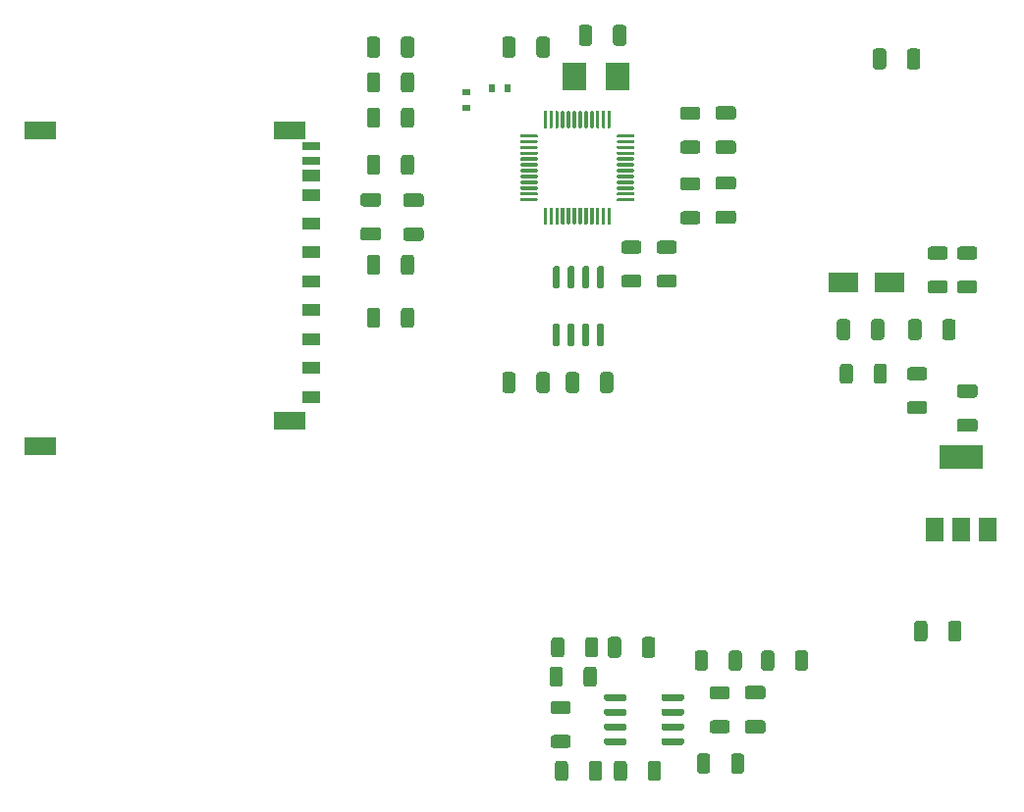
<source format=gbr>
%TF.GenerationSoftware,KiCad,Pcbnew,(5.1.10)-1*%
%TF.CreationDate,2021-08-06T22:34:04+03:00*%
%TF.ProjectId,electronic_load,656c6563-7472-46f6-9e69-635f6c6f6164,rev?*%
%TF.SameCoordinates,Original*%
%TF.FileFunction,Paste,Top*%
%TF.FilePolarity,Positive*%
%FSLAX46Y46*%
G04 Gerber Fmt 4.6, Leading zero omitted, Abs format (unit mm)*
G04 Created by KiCad (PCBNEW (5.1.10)-1) date 2021-08-06 22:34:04*
%MOMM*%
%LPD*%
G01*
G04 APERTURE LIST*
%ADD10R,0.700000X0.600000*%
%ADD11R,0.600000X0.700000*%
%ADD12R,2.800000X1.500000*%
%ADD13R,1.500000X0.700000*%
%ADD14R,1.500000X1.000000*%
%ADD15R,2.500000X1.800000*%
%ADD16R,2.000000X2.400000*%
%ADD17R,1.500000X2.000000*%
%ADD18R,3.800000X2.000000*%
G04 APERTURE END LIST*
%TO.C,R8*%
G36*
G01*
X117928500Y-136769001D02*
X117928500Y-135518999D01*
G75*
G02*
X118178499Y-135269000I249999J0D01*
G01*
X118803501Y-135269000D01*
G75*
G02*
X119053500Y-135518999I0J-249999D01*
G01*
X119053500Y-136769001D01*
G75*
G02*
X118803501Y-137019000I-249999J0D01*
G01*
X118178499Y-137019000D01*
G75*
G02*
X117928500Y-136769001I0J249999D01*
G01*
G37*
G36*
G01*
X115003500Y-136769001D02*
X115003500Y-135518999D01*
G75*
G02*
X115253499Y-135269000I249999J0D01*
G01*
X115878501Y-135269000D01*
G75*
G02*
X116128500Y-135518999I0J-249999D01*
G01*
X116128500Y-136769001D01*
G75*
G02*
X115878501Y-137019000I-249999J0D01*
G01*
X115253499Y-137019000D01*
G75*
G02*
X115003500Y-136769001I0J249999D01*
G01*
G37*
%TD*%
D10*
%TO.C,D3*%
X107696000Y-89600000D03*
X107696000Y-88200000D03*
%TD*%
D11*
%TO.C,D2*%
X111252000Y-87884000D03*
X109852000Y-87884000D03*
%TD*%
%TO.C,R23*%
G36*
G01*
X125593001Y-102162500D02*
X124342999Y-102162500D01*
G75*
G02*
X124093000Y-101912501I0J249999D01*
G01*
X124093000Y-101287499D01*
G75*
G02*
X124342999Y-101037500I249999J0D01*
G01*
X125593001Y-101037500D01*
G75*
G02*
X125843000Y-101287499I0J-249999D01*
G01*
X125843000Y-101912501D01*
G75*
G02*
X125593001Y-102162500I-249999J0D01*
G01*
G37*
G36*
G01*
X125593001Y-105087500D02*
X124342999Y-105087500D01*
G75*
G02*
X124093000Y-104837501I0J249999D01*
G01*
X124093000Y-104212499D01*
G75*
G02*
X124342999Y-103962500I249999J0D01*
G01*
X125593001Y-103962500D01*
G75*
G02*
X125843000Y-104212499I0J-249999D01*
G01*
X125843000Y-104837501D01*
G75*
G02*
X125593001Y-105087500I-249999J0D01*
G01*
G37*
%TD*%
%TO.C,R12*%
G36*
G01*
X122545001Y-102162500D02*
X121294999Y-102162500D01*
G75*
G02*
X121045000Y-101912501I0J249999D01*
G01*
X121045000Y-101287499D01*
G75*
G02*
X121294999Y-101037500I249999J0D01*
G01*
X122545001Y-101037500D01*
G75*
G02*
X122795000Y-101287499I0J-249999D01*
G01*
X122795000Y-101912501D01*
G75*
G02*
X122545001Y-102162500I-249999J0D01*
G01*
G37*
G36*
G01*
X122545001Y-105087500D02*
X121294999Y-105087500D01*
G75*
G02*
X121045000Y-104837501I0J249999D01*
G01*
X121045000Y-104212499D01*
G75*
G02*
X121294999Y-103962500I249999J0D01*
G01*
X122545001Y-103962500D01*
G75*
G02*
X122795000Y-104212499I0J-249999D01*
G01*
X122795000Y-104837501D01*
G75*
G02*
X122545001Y-105087500I-249999J0D01*
G01*
G37*
%TD*%
%TO.C,C3*%
G36*
G01*
X147436000Y-134096999D02*
X147436000Y-135397001D01*
G75*
G02*
X147186001Y-135647000I-249999J0D01*
G01*
X146535999Y-135647000D01*
G75*
G02*
X146286000Y-135397001I0J249999D01*
G01*
X146286000Y-134096999D01*
G75*
G02*
X146535999Y-133847000I249999J0D01*
G01*
X147186001Y-133847000D01*
G75*
G02*
X147436000Y-134096999I0J-249999D01*
G01*
G37*
G36*
G01*
X150386000Y-134096999D02*
X150386000Y-135397001D01*
G75*
G02*
X150136001Y-135647000I-249999J0D01*
G01*
X149485999Y-135647000D01*
G75*
G02*
X149236000Y-135397001I0J249999D01*
G01*
X149236000Y-134096999D01*
G75*
G02*
X149485999Y-133847000I249999J0D01*
G01*
X150136001Y-133847000D01*
G75*
G02*
X150386000Y-134096999I0J-249999D01*
G01*
G37*
%TD*%
D12*
%TO.C,J4*%
X92471000Y-91506000D03*
X70971000Y-91506000D03*
X70971000Y-118806000D03*
X92471000Y-116606000D03*
D13*
X94271000Y-92901000D03*
X94271000Y-94101000D03*
D14*
X94271000Y-114531000D03*
X94271000Y-95401000D03*
X94271000Y-97101000D03*
X94271000Y-99531000D03*
X94271000Y-102031000D03*
X94271000Y-104531000D03*
X94271000Y-107031000D03*
X94271000Y-109531000D03*
X94271000Y-112031000D03*
%TD*%
%TO.C,C5*%
G36*
G01*
X118529000Y-82661999D02*
X118529000Y-83962001D01*
G75*
G02*
X118279001Y-84212000I-249999J0D01*
G01*
X117628999Y-84212000D01*
G75*
G02*
X117379000Y-83962001I0J249999D01*
G01*
X117379000Y-82661999D01*
G75*
G02*
X117628999Y-82412000I249999J0D01*
G01*
X118279001Y-82412000D01*
G75*
G02*
X118529000Y-82661999I0J-249999D01*
G01*
G37*
G36*
G01*
X121479000Y-82661999D02*
X121479000Y-83962001D01*
G75*
G02*
X121229001Y-84212000I-249999J0D01*
G01*
X120578999Y-84212000D01*
G75*
G02*
X120329000Y-83962001I0J249999D01*
G01*
X120329000Y-82661999D01*
G75*
G02*
X120578999Y-82412000I249999J0D01*
G01*
X121229001Y-82412000D01*
G75*
G02*
X121479000Y-82661999I0J-249999D01*
G01*
G37*
%TD*%
D15*
%TO.C,D1*%
X144208000Y-104648000D03*
X140208000Y-104648000D03*
%TD*%
D16*
%TO.C,Y1*%
X117022000Y-86868000D03*
X120722000Y-86868000D03*
%TD*%
%TO.C,U5*%
G36*
G01*
X119103000Y-108180000D02*
X119403000Y-108180000D01*
G75*
G02*
X119553000Y-108330000I0J-150000D01*
G01*
X119553000Y-109980000D01*
G75*
G02*
X119403000Y-110130000I-150000J0D01*
G01*
X119103000Y-110130000D01*
G75*
G02*
X118953000Y-109980000I0J150000D01*
G01*
X118953000Y-108330000D01*
G75*
G02*
X119103000Y-108180000I150000J0D01*
G01*
G37*
G36*
G01*
X117833000Y-108180000D02*
X118133000Y-108180000D01*
G75*
G02*
X118283000Y-108330000I0J-150000D01*
G01*
X118283000Y-109980000D01*
G75*
G02*
X118133000Y-110130000I-150000J0D01*
G01*
X117833000Y-110130000D01*
G75*
G02*
X117683000Y-109980000I0J150000D01*
G01*
X117683000Y-108330000D01*
G75*
G02*
X117833000Y-108180000I150000J0D01*
G01*
G37*
G36*
G01*
X116563000Y-108180000D02*
X116863000Y-108180000D01*
G75*
G02*
X117013000Y-108330000I0J-150000D01*
G01*
X117013000Y-109980000D01*
G75*
G02*
X116863000Y-110130000I-150000J0D01*
G01*
X116563000Y-110130000D01*
G75*
G02*
X116413000Y-109980000I0J150000D01*
G01*
X116413000Y-108330000D01*
G75*
G02*
X116563000Y-108180000I150000J0D01*
G01*
G37*
G36*
G01*
X115293000Y-108180000D02*
X115593000Y-108180000D01*
G75*
G02*
X115743000Y-108330000I0J-150000D01*
G01*
X115743000Y-109980000D01*
G75*
G02*
X115593000Y-110130000I-150000J0D01*
G01*
X115293000Y-110130000D01*
G75*
G02*
X115143000Y-109980000I0J150000D01*
G01*
X115143000Y-108330000D01*
G75*
G02*
X115293000Y-108180000I150000J0D01*
G01*
G37*
G36*
G01*
X115293000Y-103230000D02*
X115593000Y-103230000D01*
G75*
G02*
X115743000Y-103380000I0J-150000D01*
G01*
X115743000Y-105030000D01*
G75*
G02*
X115593000Y-105180000I-150000J0D01*
G01*
X115293000Y-105180000D01*
G75*
G02*
X115143000Y-105030000I0J150000D01*
G01*
X115143000Y-103380000D01*
G75*
G02*
X115293000Y-103230000I150000J0D01*
G01*
G37*
G36*
G01*
X116563000Y-103230000D02*
X116863000Y-103230000D01*
G75*
G02*
X117013000Y-103380000I0J-150000D01*
G01*
X117013000Y-105030000D01*
G75*
G02*
X116863000Y-105180000I-150000J0D01*
G01*
X116563000Y-105180000D01*
G75*
G02*
X116413000Y-105030000I0J150000D01*
G01*
X116413000Y-103380000D01*
G75*
G02*
X116563000Y-103230000I150000J0D01*
G01*
G37*
G36*
G01*
X117833000Y-103230000D02*
X118133000Y-103230000D01*
G75*
G02*
X118283000Y-103380000I0J-150000D01*
G01*
X118283000Y-105030000D01*
G75*
G02*
X118133000Y-105180000I-150000J0D01*
G01*
X117833000Y-105180000D01*
G75*
G02*
X117683000Y-105030000I0J150000D01*
G01*
X117683000Y-103380000D01*
G75*
G02*
X117833000Y-103230000I150000J0D01*
G01*
G37*
G36*
G01*
X119103000Y-103230000D02*
X119403000Y-103230000D01*
G75*
G02*
X119553000Y-103380000I0J-150000D01*
G01*
X119553000Y-105030000D01*
G75*
G02*
X119403000Y-105180000I-150000J0D01*
G01*
X119103000Y-105180000D01*
G75*
G02*
X118953000Y-105030000I0J150000D01*
G01*
X118953000Y-103380000D01*
G75*
G02*
X119103000Y-103230000I150000J0D01*
G01*
G37*
%TD*%
D17*
%TO.C,U4*%
X148068000Y-125984000D03*
X152668000Y-125984000D03*
X150368000Y-125984000D03*
D18*
X150368000Y-119684000D03*
%TD*%
%TO.C,U2*%
G36*
G01*
X120749500Y-91838000D02*
X122074500Y-91838000D01*
G75*
G02*
X122149500Y-91913000I0J-75000D01*
G01*
X122149500Y-92063000D01*
G75*
G02*
X122074500Y-92138000I-75000J0D01*
G01*
X120749500Y-92138000D01*
G75*
G02*
X120674500Y-92063000I0J75000D01*
G01*
X120674500Y-91913000D01*
G75*
G02*
X120749500Y-91838000I75000J0D01*
G01*
G37*
G36*
G01*
X120749500Y-92338000D02*
X122074500Y-92338000D01*
G75*
G02*
X122149500Y-92413000I0J-75000D01*
G01*
X122149500Y-92563000D01*
G75*
G02*
X122074500Y-92638000I-75000J0D01*
G01*
X120749500Y-92638000D01*
G75*
G02*
X120674500Y-92563000I0J75000D01*
G01*
X120674500Y-92413000D01*
G75*
G02*
X120749500Y-92338000I75000J0D01*
G01*
G37*
G36*
G01*
X120749500Y-92838000D02*
X122074500Y-92838000D01*
G75*
G02*
X122149500Y-92913000I0J-75000D01*
G01*
X122149500Y-93063000D01*
G75*
G02*
X122074500Y-93138000I-75000J0D01*
G01*
X120749500Y-93138000D01*
G75*
G02*
X120674500Y-93063000I0J75000D01*
G01*
X120674500Y-92913000D01*
G75*
G02*
X120749500Y-92838000I75000J0D01*
G01*
G37*
G36*
G01*
X120749500Y-93338000D02*
X122074500Y-93338000D01*
G75*
G02*
X122149500Y-93413000I0J-75000D01*
G01*
X122149500Y-93563000D01*
G75*
G02*
X122074500Y-93638000I-75000J0D01*
G01*
X120749500Y-93638000D01*
G75*
G02*
X120674500Y-93563000I0J75000D01*
G01*
X120674500Y-93413000D01*
G75*
G02*
X120749500Y-93338000I75000J0D01*
G01*
G37*
G36*
G01*
X120749500Y-93838000D02*
X122074500Y-93838000D01*
G75*
G02*
X122149500Y-93913000I0J-75000D01*
G01*
X122149500Y-94063000D01*
G75*
G02*
X122074500Y-94138000I-75000J0D01*
G01*
X120749500Y-94138000D01*
G75*
G02*
X120674500Y-94063000I0J75000D01*
G01*
X120674500Y-93913000D01*
G75*
G02*
X120749500Y-93838000I75000J0D01*
G01*
G37*
G36*
G01*
X120749500Y-94338000D02*
X122074500Y-94338000D01*
G75*
G02*
X122149500Y-94413000I0J-75000D01*
G01*
X122149500Y-94563000D01*
G75*
G02*
X122074500Y-94638000I-75000J0D01*
G01*
X120749500Y-94638000D01*
G75*
G02*
X120674500Y-94563000I0J75000D01*
G01*
X120674500Y-94413000D01*
G75*
G02*
X120749500Y-94338000I75000J0D01*
G01*
G37*
G36*
G01*
X120749500Y-94838000D02*
X122074500Y-94838000D01*
G75*
G02*
X122149500Y-94913000I0J-75000D01*
G01*
X122149500Y-95063000D01*
G75*
G02*
X122074500Y-95138000I-75000J0D01*
G01*
X120749500Y-95138000D01*
G75*
G02*
X120674500Y-95063000I0J75000D01*
G01*
X120674500Y-94913000D01*
G75*
G02*
X120749500Y-94838000I75000J0D01*
G01*
G37*
G36*
G01*
X120749500Y-95338000D02*
X122074500Y-95338000D01*
G75*
G02*
X122149500Y-95413000I0J-75000D01*
G01*
X122149500Y-95563000D01*
G75*
G02*
X122074500Y-95638000I-75000J0D01*
G01*
X120749500Y-95638000D01*
G75*
G02*
X120674500Y-95563000I0J75000D01*
G01*
X120674500Y-95413000D01*
G75*
G02*
X120749500Y-95338000I75000J0D01*
G01*
G37*
G36*
G01*
X120749500Y-95838000D02*
X122074500Y-95838000D01*
G75*
G02*
X122149500Y-95913000I0J-75000D01*
G01*
X122149500Y-96063000D01*
G75*
G02*
X122074500Y-96138000I-75000J0D01*
G01*
X120749500Y-96138000D01*
G75*
G02*
X120674500Y-96063000I0J75000D01*
G01*
X120674500Y-95913000D01*
G75*
G02*
X120749500Y-95838000I75000J0D01*
G01*
G37*
G36*
G01*
X120749500Y-96338000D02*
X122074500Y-96338000D01*
G75*
G02*
X122149500Y-96413000I0J-75000D01*
G01*
X122149500Y-96563000D01*
G75*
G02*
X122074500Y-96638000I-75000J0D01*
G01*
X120749500Y-96638000D01*
G75*
G02*
X120674500Y-96563000I0J75000D01*
G01*
X120674500Y-96413000D01*
G75*
G02*
X120749500Y-96338000I75000J0D01*
G01*
G37*
G36*
G01*
X120749500Y-96838000D02*
X122074500Y-96838000D01*
G75*
G02*
X122149500Y-96913000I0J-75000D01*
G01*
X122149500Y-97063000D01*
G75*
G02*
X122074500Y-97138000I-75000J0D01*
G01*
X120749500Y-97138000D01*
G75*
G02*
X120674500Y-97063000I0J75000D01*
G01*
X120674500Y-96913000D01*
G75*
G02*
X120749500Y-96838000I75000J0D01*
G01*
G37*
G36*
G01*
X120749500Y-97338000D02*
X122074500Y-97338000D01*
G75*
G02*
X122149500Y-97413000I0J-75000D01*
G01*
X122149500Y-97563000D01*
G75*
G02*
X122074500Y-97638000I-75000J0D01*
G01*
X120749500Y-97638000D01*
G75*
G02*
X120674500Y-97563000I0J75000D01*
G01*
X120674500Y-97413000D01*
G75*
G02*
X120749500Y-97338000I75000J0D01*
G01*
G37*
G36*
G01*
X119924500Y-98163000D02*
X120074500Y-98163000D01*
G75*
G02*
X120149500Y-98238000I0J-75000D01*
G01*
X120149500Y-99563000D01*
G75*
G02*
X120074500Y-99638000I-75000J0D01*
G01*
X119924500Y-99638000D01*
G75*
G02*
X119849500Y-99563000I0J75000D01*
G01*
X119849500Y-98238000D01*
G75*
G02*
X119924500Y-98163000I75000J0D01*
G01*
G37*
G36*
G01*
X119424500Y-98163000D02*
X119574500Y-98163000D01*
G75*
G02*
X119649500Y-98238000I0J-75000D01*
G01*
X119649500Y-99563000D01*
G75*
G02*
X119574500Y-99638000I-75000J0D01*
G01*
X119424500Y-99638000D01*
G75*
G02*
X119349500Y-99563000I0J75000D01*
G01*
X119349500Y-98238000D01*
G75*
G02*
X119424500Y-98163000I75000J0D01*
G01*
G37*
G36*
G01*
X118924500Y-98163000D02*
X119074500Y-98163000D01*
G75*
G02*
X119149500Y-98238000I0J-75000D01*
G01*
X119149500Y-99563000D01*
G75*
G02*
X119074500Y-99638000I-75000J0D01*
G01*
X118924500Y-99638000D01*
G75*
G02*
X118849500Y-99563000I0J75000D01*
G01*
X118849500Y-98238000D01*
G75*
G02*
X118924500Y-98163000I75000J0D01*
G01*
G37*
G36*
G01*
X118424500Y-98163000D02*
X118574500Y-98163000D01*
G75*
G02*
X118649500Y-98238000I0J-75000D01*
G01*
X118649500Y-99563000D01*
G75*
G02*
X118574500Y-99638000I-75000J0D01*
G01*
X118424500Y-99638000D01*
G75*
G02*
X118349500Y-99563000I0J75000D01*
G01*
X118349500Y-98238000D01*
G75*
G02*
X118424500Y-98163000I75000J0D01*
G01*
G37*
G36*
G01*
X117924500Y-98163000D02*
X118074500Y-98163000D01*
G75*
G02*
X118149500Y-98238000I0J-75000D01*
G01*
X118149500Y-99563000D01*
G75*
G02*
X118074500Y-99638000I-75000J0D01*
G01*
X117924500Y-99638000D01*
G75*
G02*
X117849500Y-99563000I0J75000D01*
G01*
X117849500Y-98238000D01*
G75*
G02*
X117924500Y-98163000I75000J0D01*
G01*
G37*
G36*
G01*
X117424500Y-98163000D02*
X117574500Y-98163000D01*
G75*
G02*
X117649500Y-98238000I0J-75000D01*
G01*
X117649500Y-99563000D01*
G75*
G02*
X117574500Y-99638000I-75000J0D01*
G01*
X117424500Y-99638000D01*
G75*
G02*
X117349500Y-99563000I0J75000D01*
G01*
X117349500Y-98238000D01*
G75*
G02*
X117424500Y-98163000I75000J0D01*
G01*
G37*
G36*
G01*
X116924500Y-98163000D02*
X117074500Y-98163000D01*
G75*
G02*
X117149500Y-98238000I0J-75000D01*
G01*
X117149500Y-99563000D01*
G75*
G02*
X117074500Y-99638000I-75000J0D01*
G01*
X116924500Y-99638000D01*
G75*
G02*
X116849500Y-99563000I0J75000D01*
G01*
X116849500Y-98238000D01*
G75*
G02*
X116924500Y-98163000I75000J0D01*
G01*
G37*
G36*
G01*
X116424500Y-98163000D02*
X116574500Y-98163000D01*
G75*
G02*
X116649500Y-98238000I0J-75000D01*
G01*
X116649500Y-99563000D01*
G75*
G02*
X116574500Y-99638000I-75000J0D01*
G01*
X116424500Y-99638000D01*
G75*
G02*
X116349500Y-99563000I0J75000D01*
G01*
X116349500Y-98238000D01*
G75*
G02*
X116424500Y-98163000I75000J0D01*
G01*
G37*
G36*
G01*
X115924500Y-98163000D02*
X116074500Y-98163000D01*
G75*
G02*
X116149500Y-98238000I0J-75000D01*
G01*
X116149500Y-99563000D01*
G75*
G02*
X116074500Y-99638000I-75000J0D01*
G01*
X115924500Y-99638000D01*
G75*
G02*
X115849500Y-99563000I0J75000D01*
G01*
X115849500Y-98238000D01*
G75*
G02*
X115924500Y-98163000I75000J0D01*
G01*
G37*
G36*
G01*
X115424500Y-98163000D02*
X115574500Y-98163000D01*
G75*
G02*
X115649500Y-98238000I0J-75000D01*
G01*
X115649500Y-99563000D01*
G75*
G02*
X115574500Y-99638000I-75000J0D01*
G01*
X115424500Y-99638000D01*
G75*
G02*
X115349500Y-99563000I0J75000D01*
G01*
X115349500Y-98238000D01*
G75*
G02*
X115424500Y-98163000I75000J0D01*
G01*
G37*
G36*
G01*
X114924500Y-98163000D02*
X115074500Y-98163000D01*
G75*
G02*
X115149500Y-98238000I0J-75000D01*
G01*
X115149500Y-99563000D01*
G75*
G02*
X115074500Y-99638000I-75000J0D01*
G01*
X114924500Y-99638000D01*
G75*
G02*
X114849500Y-99563000I0J75000D01*
G01*
X114849500Y-98238000D01*
G75*
G02*
X114924500Y-98163000I75000J0D01*
G01*
G37*
G36*
G01*
X114424500Y-98163000D02*
X114574500Y-98163000D01*
G75*
G02*
X114649500Y-98238000I0J-75000D01*
G01*
X114649500Y-99563000D01*
G75*
G02*
X114574500Y-99638000I-75000J0D01*
G01*
X114424500Y-99638000D01*
G75*
G02*
X114349500Y-99563000I0J75000D01*
G01*
X114349500Y-98238000D01*
G75*
G02*
X114424500Y-98163000I75000J0D01*
G01*
G37*
G36*
G01*
X112424500Y-97338000D02*
X113749500Y-97338000D01*
G75*
G02*
X113824500Y-97413000I0J-75000D01*
G01*
X113824500Y-97563000D01*
G75*
G02*
X113749500Y-97638000I-75000J0D01*
G01*
X112424500Y-97638000D01*
G75*
G02*
X112349500Y-97563000I0J75000D01*
G01*
X112349500Y-97413000D01*
G75*
G02*
X112424500Y-97338000I75000J0D01*
G01*
G37*
G36*
G01*
X112424500Y-96838000D02*
X113749500Y-96838000D01*
G75*
G02*
X113824500Y-96913000I0J-75000D01*
G01*
X113824500Y-97063000D01*
G75*
G02*
X113749500Y-97138000I-75000J0D01*
G01*
X112424500Y-97138000D01*
G75*
G02*
X112349500Y-97063000I0J75000D01*
G01*
X112349500Y-96913000D01*
G75*
G02*
X112424500Y-96838000I75000J0D01*
G01*
G37*
G36*
G01*
X112424500Y-96338000D02*
X113749500Y-96338000D01*
G75*
G02*
X113824500Y-96413000I0J-75000D01*
G01*
X113824500Y-96563000D01*
G75*
G02*
X113749500Y-96638000I-75000J0D01*
G01*
X112424500Y-96638000D01*
G75*
G02*
X112349500Y-96563000I0J75000D01*
G01*
X112349500Y-96413000D01*
G75*
G02*
X112424500Y-96338000I75000J0D01*
G01*
G37*
G36*
G01*
X112424500Y-95838000D02*
X113749500Y-95838000D01*
G75*
G02*
X113824500Y-95913000I0J-75000D01*
G01*
X113824500Y-96063000D01*
G75*
G02*
X113749500Y-96138000I-75000J0D01*
G01*
X112424500Y-96138000D01*
G75*
G02*
X112349500Y-96063000I0J75000D01*
G01*
X112349500Y-95913000D01*
G75*
G02*
X112424500Y-95838000I75000J0D01*
G01*
G37*
G36*
G01*
X112424500Y-95338000D02*
X113749500Y-95338000D01*
G75*
G02*
X113824500Y-95413000I0J-75000D01*
G01*
X113824500Y-95563000D01*
G75*
G02*
X113749500Y-95638000I-75000J0D01*
G01*
X112424500Y-95638000D01*
G75*
G02*
X112349500Y-95563000I0J75000D01*
G01*
X112349500Y-95413000D01*
G75*
G02*
X112424500Y-95338000I75000J0D01*
G01*
G37*
G36*
G01*
X112424500Y-94838000D02*
X113749500Y-94838000D01*
G75*
G02*
X113824500Y-94913000I0J-75000D01*
G01*
X113824500Y-95063000D01*
G75*
G02*
X113749500Y-95138000I-75000J0D01*
G01*
X112424500Y-95138000D01*
G75*
G02*
X112349500Y-95063000I0J75000D01*
G01*
X112349500Y-94913000D01*
G75*
G02*
X112424500Y-94838000I75000J0D01*
G01*
G37*
G36*
G01*
X112424500Y-94338000D02*
X113749500Y-94338000D01*
G75*
G02*
X113824500Y-94413000I0J-75000D01*
G01*
X113824500Y-94563000D01*
G75*
G02*
X113749500Y-94638000I-75000J0D01*
G01*
X112424500Y-94638000D01*
G75*
G02*
X112349500Y-94563000I0J75000D01*
G01*
X112349500Y-94413000D01*
G75*
G02*
X112424500Y-94338000I75000J0D01*
G01*
G37*
G36*
G01*
X112424500Y-93838000D02*
X113749500Y-93838000D01*
G75*
G02*
X113824500Y-93913000I0J-75000D01*
G01*
X113824500Y-94063000D01*
G75*
G02*
X113749500Y-94138000I-75000J0D01*
G01*
X112424500Y-94138000D01*
G75*
G02*
X112349500Y-94063000I0J75000D01*
G01*
X112349500Y-93913000D01*
G75*
G02*
X112424500Y-93838000I75000J0D01*
G01*
G37*
G36*
G01*
X112424500Y-93338000D02*
X113749500Y-93338000D01*
G75*
G02*
X113824500Y-93413000I0J-75000D01*
G01*
X113824500Y-93563000D01*
G75*
G02*
X113749500Y-93638000I-75000J0D01*
G01*
X112424500Y-93638000D01*
G75*
G02*
X112349500Y-93563000I0J75000D01*
G01*
X112349500Y-93413000D01*
G75*
G02*
X112424500Y-93338000I75000J0D01*
G01*
G37*
G36*
G01*
X112424500Y-92838000D02*
X113749500Y-92838000D01*
G75*
G02*
X113824500Y-92913000I0J-75000D01*
G01*
X113824500Y-93063000D01*
G75*
G02*
X113749500Y-93138000I-75000J0D01*
G01*
X112424500Y-93138000D01*
G75*
G02*
X112349500Y-93063000I0J75000D01*
G01*
X112349500Y-92913000D01*
G75*
G02*
X112424500Y-92838000I75000J0D01*
G01*
G37*
G36*
G01*
X112424500Y-92338000D02*
X113749500Y-92338000D01*
G75*
G02*
X113824500Y-92413000I0J-75000D01*
G01*
X113824500Y-92563000D01*
G75*
G02*
X113749500Y-92638000I-75000J0D01*
G01*
X112424500Y-92638000D01*
G75*
G02*
X112349500Y-92563000I0J75000D01*
G01*
X112349500Y-92413000D01*
G75*
G02*
X112424500Y-92338000I75000J0D01*
G01*
G37*
G36*
G01*
X112424500Y-91838000D02*
X113749500Y-91838000D01*
G75*
G02*
X113824500Y-91913000I0J-75000D01*
G01*
X113824500Y-92063000D01*
G75*
G02*
X113749500Y-92138000I-75000J0D01*
G01*
X112424500Y-92138000D01*
G75*
G02*
X112349500Y-92063000I0J75000D01*
G01*
X112349500Y-91913000D01*
G75*
G02*
X112424500Y-91838000I75000J0D01*
G01*
G37*
G36*
G01*
X114424500Y-89838000D02*
X114574500Y-89838000D01*
G75*
G02*
X114649500Y-89913000I0J-75000D01*
G01*
X114649500Y-91238000D01*
G75*
G02*
X114574500Y-91313000I-75000J0D01*
G01*
X114424500Y-91313000D01*
G75*
G02*
X114349500Y-91238000I0J75000D01*
G01*
X114349500Y-89913000D01*
G75*
G02*
X114424500Y-89838000I75000J0D01*
G01*
G37*
G36*
G01*
X114924500Y-89838000D02*
X115074500Y-89838000D01*
G75*
G02*
X115149500Y-89913000I0J-75000D01*
G01*
X115149500Y-91238000D01*
G75*
G02*
X115074500Y-91313000I-75000J0D01*
G01*
X114924500Y-91313000D01*
G75*
G02*
X114849500Y-91238000I0J75000D01*
G01*
X114849500Y-89913000D01*
G75*
G02*
X114924500Y-89838000I75000J0D01*
G01*
G37*
G36*
G01*
X115424500Y-89838000D02*
X115574500Y-89838000D01*
G75*
G02*
X115649500Y-89913000I0J-75000D01*
G01*
X115649500Y-91238000D01*
G75*
G02*
X115574500Y-91313000I-75000J0D01*
G01*
X115424500Y-91313000D01*
G75*
G02*
X115349500Y-91238000I0J75000D01*
G01*
X115349500Y-89913000D01*
G75*
G02*
X115424500Y-89838000I75000J0D01*
G01*
G37*
G36*
G01*
X115924500Y-89838000D02*
X116074500Y-89838000D01*
G75*
G02*
X116149500Y-89913000I0J-75000D01*
G01*
X116149500Y-91238000D01*
G75*
G02*
X116074500Y-91313000I-75000J0D01*
G01*
X115924500Y-91313000D01*
G75*
G02*
X115849500Y-91238000I0J75000D01*
G01*
X115849500Y-89913000D01*
G75*
G02*
X115924500Y-89838000I75000J0D01*
G01*
G37*
G36*
G01*
X116424500Y-89838000D02*
X116574500Y-89838000D01*
G75*
G02*
X116649500Y-89913000I0J-75000D01*
G01*
X116649500Y-91238000D01*
G75*
G02*
X116574500Y-91313000I-75000J0D01*
G01*
X116424500Y-91313000D01*
G75*
G02*
X116349500Y-91238000I0J75000D01*
G01*
X116349500Y-89913000D01*
G75*
G02*
X116424500Y-89838000I75000J0D01*
G01*
G37*
G36*
G01*
X116924500Y-89838000D02*
X117074500Y-89838000D01*
G75*
G02*
X117149500Y-89913000I0J-75000D01*
G01*
X117149500Y-91238000D01*
G75*
G02*
X117074500Y-91313000I-75000J0D01*
G01*
X116924500Y-91313000D01*
G75*
G02*
X116849500Y-91238000I0J75000D01*
G01*
X116849500Y-89913000D01*
G75*
G02*
X116924500Y-89838000I75000J0D01*
G01*
G37*
G36*
G01*
X117424500Y-89838000D02*
X117574500Y-89838000D01*
G75*
G02*
X117649500Y-89913000I0J-75000D01*
G01*
X117649500Y-91238000D01*
G75*
G02*
X117574500Y-91313000I-75000J0D01*
G01*
X117424500Y-91313000D01*
G75*
G02*
X117349500Y-91238000I0J75000D01*
G01*
X117349500Y-89913000D01*
G75*
G02*
X117424500Y-89838000I75000J0D01*
G01*
G37*
G36*
G01*
X117924500Y-89838000D02*
X118074500Y-89838000D01*
G75*
G02*
X118149500Y-89913000I0J-75000D01*
G01*
X118149500Y-91238000D01*
G75*
G02*
X118074500Y-91313000I-75000J0D01*
G01*
X117924500Y-91313000D01*
G75*
G02*
X117849500Y-91238000I0J75000D01*
G01*
X117849500Y-89913000D01*
G75*
G02*
X117924500Y-89838000I75000J0D01*
G01*
G37*
G36*
G01*
X118424500Y-89838000D02*
X118574500Y-89838000D01*
G75*
G02*
X118649500Y-89913000I0J-75000D01*
G01*
X118649500Y-91238000D01*
G75*
G02*
X118574500Y-91313000I-75000J0D01*
G01*
X118424500Y-91313000D01*
G75*
G02*
X118349500Y-91238000I0J75000D01*
G01*
X118349500Y-89913000D01*
G75*
G02*
X118424500Y-89838000I75000J0D01*
G01*
G37*
G36*
G01*
X118924500Y-89838000D02*
X119074500Y-89838000D01*
G75*
G02*
X119149500Y-89913000I0J-75000D01*
G01*
X119149500Y-91238000D01*
G75*
G02*
X119074500Y-91313000I-75000J0D01*
G01*
X118924500Y-91313000D01*
G75*
G02*
X118849500Y-91238000I0J75000D01*
G01*
X118849500Y-89913000D01*
G75*
G02*
X118924500Y-89838000I75000J0D01*
G01*
G37*
G36*
G01*
X119424500Y-89838000D02*
X119574500Y-89838000D01*
G75*
G02*
X119649500Y-89913000I0J-75000D01*
G01*
X119649500Y-91238000D01*
G75*
G02*
X119574500Y-91313000I-75000J0D01*
G01*
X119424500Y-91313000D01*
G75*
G02*
X119349500Y-91238000I0J75000D01*
G01*
X119349500Y-89913000D01*
G75*
G02*
X119424500Y-89838000I75000J0D01*
G01*
G37*
G36*
G01*
X119924500Y-89838000D02*
X120074500Y-89838000D01*
G75*
G02*
X120149500Y-89913000I0J-75000D01*
G01*
X120149500Y-91238000D01*
G75*
G02*
X120074500Y-91313000I-75000J0D01*
G01*
X119924500Y-91313000D01*
G75*
G02*
X119849500Y-91238000I0J75000D01*
G01*
X119849500Y-89913000D01*
G75*
G02*
X119924500Y-89838000I75000J0D01*
G01*
G37*
%TD*%
%TO.C,U1*%
G36*
G01*
X124501000Y-140612000D02*
X124501000Y-140312000D01*
G75*
G02*
X124651000Y-140162000I150000J0D01*
G01*
X126301000Y-140162000D01*
G75*
G02*
X126451000Y-140312000I0J-150000D01*
G01*
X126451000Y-140612000D01*
G75*
G02*
X126301000Y-140762000I-150000J0D01*
G01*
X124651000Y-140762000D01*
G75*
G02*
X124501000Y-140612000I0J150000D01*
G01*
G37*
G36*
G01*
X124501000Y-141882000D02*
X124501000Y-141582000D01*
G75*
G02*
X124651000Y-141432000I150000J0D01*
G01*
X126301000Y-141432000D01*
G75*
G02*
X126451000Y-141582000I0J-150000D01*
G01*
X126451000Y-141882000D01*
G75*
G02*
X126301000Y-142032000I-150000J0D01*
G01*
X124651000Y-142032000D01*
G75*
G02*
X124501000Y-141882000I0J150000D01*
G01*
G37*
G36*
G01*
X124501000Y-143152000D02*
X124501000Y-142852000D01*
G75*
G02*
X124651000Y-142702000I150000J0D01*
G01*
X126301000Y-142702000D01*
G75*
G02*
X126451000Y-142852000I0J-150000D01*
G01*
X126451000Y-143152000D01*
G75*
G02*
X126301000Y-143302000I-150000J0D01*
G01*
X124651000Y-143302000D01*
G75*
G02*
X124501000Y-143152000I0J150000D01*
G01*
G37*
G36*
G01*
X124501000Y-144422000D02*
X124501000Y-144122000D01*
G75*
G02*
X124651000Y-143972000I150000J0D01*
G01*
X126301000Y-143972000D01*
G75*
G02*
X126451000Y-144122000I0J-150000D01*
G01*
X126451000Y-144422000D01*
G75*
G02*
X126301000Y-144572000I-150000J0D01*
G01*
X124651000Y-144572000D01*
G75*
G02*
X124501000Y-144422000I0J150000D01*
G01*
G37*
G36*
G01*
X119551000Y-144422000D02*
X119551000Y-144122000D01*
G75*
G02*
X119701000Y-143972000I150000J0D01*
G01*
X121351000Y-143972000D01*
G75*
G02*
X121501000Y-144122000I0J-150000D01*
G01*
X121501000Y-144422000D01*
G75*
G02*
X121351000Y-144572000I-150000J0D01*
G01*
X119701000Y-144572000D01*
G75*
G02*
X119551000Y-144422000I0J150000D01*
G01*
G37*
G36*
G01*
X119551000Y-143152000D02*
X119551000Y-142852000D01*
G75*
G02*
X119701000Y-142702000I150000J0D01*
G01*
X121351000Y-142702000D01*
G75*
G02*
X121501000Y-142852000I0J-150000D01*
G01*
X121501000Y-143152000D01*
G75*
G02*
X121351000Y-143302000I-150000J0D01*
G01*
X119701000Y-143302000D01*
G75*
G02*
X119551000Y-143152000I0J150000D01*
G01*
G37*
G36*
G01*
X119551000Y-141882000D02*
X119551000Y-141582000D01*
G75*
G02*
X119701000Y-141432000I150000J0D01*
G01*
X121351000Y-141432000D01*
G75*
G02*
X121501000Y-141582000I0J-150000D01*
G01*
X121501000Y-141882000D01*
G75*
G02*
X121351000Y-142032000I-150000J0D01*
G01*
X119701000Y-142032000D01*
G75*
G02*
X119551000Y-141882000I0J150000D01*
G01*
G37*
G36*
G01*
X119551000Y-140612000D02*
X119551000Y-140312000D01*
G75*
G02*
X119701000Y-140162000I150000J0D01*
G01*
X121351000Y-140162000D01*
G75*
G02*
X121501000Y-140312000I0J-150000D01*
G01*
X121501000Y-140612000D01*
G75*
G02*
X121351000Y-140762000I-150000J0D01*
G01*
X119701000Y-140762000D01*
G75*
G02*
X119551000Y-140612000I0J150000D01*
G01*
G37*
%TD*%
%TO.C,R22*%
G36*
G01*
X150250999Y-104470500D02*
X151501001Y-104470500D01*
G75*
G02*
X151751000Y-104720499I0J-249999D01*
G01*
X151751000Y-105345501D01*
G75*
G02*
X151501001Y-105595500I-249999J0D01*
G01*
X150250999Y-105595500D01*
G75*
G02*
X150001000Y-105345501I0J249999D01*
G01*
X150001000Y-104720499D01*
G75*
G02*
X150250999Y-104470500I249999J0D01*
G01*
G37*
G36*
G01*
X150250999Y-101545500D02*
X151501001Y-101545500D01*
G75*
G02*
X151751000Y-101795499I0J-249999D01*
G01*
X151751000Y-102420501D01*
G75*
G02*
X151501001Y-102670500I-249999J0D01*
G01*
X150250999Y-102670500D01*
G75*
G02*
X150001000Y-102420501I0J249999D01*
G01*
X150001000Y-101795499D01*
G75*
G02*
X150250999Y-101545500I249999J0D01*
G01*
G37*
%TD*%
%TO.C,R21*%
G36*
G01*
X148961001Y-102670500D02*
X147710999Y-102670500D01*
G75*
G02*
X147461000Y-102420501I0J249999D01*
G01*
X147461000Y-101795499D01*
G75*
G02*
X147710999Y-101545500I249999J0D01*
G01*
X148961001Y-101545500D01*
G75*
G02*
X149211000Y-101795499I0J-249999D01*
G01*
X149211000Y-102420501D01*
G75*
G02*
X148961001Y-102670500I-249999J0D01*
G01*
G37*
G36*
G01*
X148961001Y-105595500D02*
X147710999Y-105595500D01*
G75*
G02*
X147461000Y-105345501I0J249999D01*
G01*
X147461000Y-104720499D01*
G75*
G02*
X147710999Y-104470500I249999J0D01*
G01*
X148961001Y-104470500D01*
G75*
G02*
X149211000Y-104720499I0J-249999D01*
G01*
X149211000Y-105345501D01*
G75*
G02*
X148961001Y-105595500I-249999J0D01*
G01*
G37*
%TD*%
%TO.C,R20*%
G36*
G01*
X127625001Y-90601500D02*
X126374999Y-90601500D01*
G75*
G02*
X126125000Y-90351501I0J249999D01*
G01*
X126125000Y-89726499D01*
G75*
G02*
X126374999Y-89476500I249999J0D01*
G01*
X127625001Y-89476500D01*
G75*
G02*
X127875000Y-89726499I0J-249999D01*
G01*
X127875000Y-90351501D01*
G75*
G02*
X127625001Y-90601500I-249999J0D01*
G01*
G37*
G36*
G01*
X127625001Y-93526500D02*
X126374999Y-93526500D01*
G75*
G02*
X126125000Y-93276501I0J249999D01*
G01*
X126125000Y-92651499D01*
G75*
G02*
X126374999Y-92401500I249999J0D01*
G01*
X127625001Y-92401500D01*
G75*
G02*
X127875000Y-92651499I0J-249999D01*
G01*
X127875000Y-93276501D01*
G75*
G02*
X127625001Y-93526500I-249999J0D01*
G01*
G37*
%TD*%
%TO.C,R19*%
G36*
G01*
X126374999Y-98497500D02*
X127625001Y-98497500D01*
G75*
G02*
X127875000Y-98747499I0J-249999D01*
G01*
X127875000Y-99372501D01*
G75*
G02*
X127625001Y-99622500I-249999J0D01*
G01*
X126374999Y-99622500D01*
G75*
G02*
X126125000Y-99372501I0J249999D01*
G01*
X126125000Y-98747499D01*
G75*
G02*
X126374999Y-98497500I249999J0D01*
G01*
G37*
G36*
G01*
X126374999Y-95572500D02*
X127625001Y-95572500D01*
G75*
G02*
X127875000Y-95822499I0J-249999D01*
G01*
X127875000Y-96447501D01*
G75*
G02*
X127625001Y-96697500I-249999J0D01*
G01*
X126374999Y-96697500D01*
G75*
G02*
X126125000Y-96447501I0J249999D01*
G01*
X126125000Y-95822499D01*
G75*
G02*
X126374999Y-95572500I249999J0D01*
G01*
G37*
%TD*%
%TO.C,R18*%
G36*
G01*
X100253500Y-93862999D02*
X100253500Y-95113001D01*
G75*
G02*
X100003501Y-95363000I-249999J0D01*
G01*
X99378499Y-95363000D01*
G75*
G02*
X99128500Y-95113001I0J249999D01*
G01*
X99128500Y-93862999D01*
G75*
G02*
X99378499Y-93613000I249999J0D01*
G01*
X100003501Y-93613000D01*
G75*
G02*
X100253500Y-93862999I0J-249999D01*
G01*
G37*
G36*
G01*
X103178500Y-93862999D02*
X103178500Y-95113001D01*
G75*
G02*
X102928501Y-95363000I-249999J0D01*
G01*
X102303499Y-95363000D01*
G75*
G02*
X102053500Y-95113001I0J249999D01*
G01*
X102053500Y-93862999D01*
G75*
G02*
X102303499Y-93613000I249999J0D01*
G01*
X102928501Y-93613000D01*
G75*
G02*
X103178500Y-93862999I0J-249999D01*
G01*
G37*
%TD*%
%TO.C,R17*%
G36*
G01*
X100253500Y-89798999D02*
X100253500Y-91049001D01*
G75*
G02*
X100003501Y-91299000I-249999J0D01*
G01*
X99378499Y-91299000D01*
G75*
G02*
X99128500Y-91049001I0J249999D01*
G01*
X99128500Y-89798999D01*
G75*
G02*
X99378499Y-89549000I249999J0D01*
G01*
X100003501Y-89549000D01*
G75*
G02*
X100253500Y-89798999I0J-249999D01*
G01*
G37*
G36*
G01*
X103178500Y-89798999D02*
X103178500Y-91049001D01*
G75*
G02*
X102928501Y-91299000I-249999J0D01*
G01*
X102303499Y-91299000D01*
G75*
G02*
X102053500Y-91049001I0J249999D01*
G01*
X102053500Y-89798999D01*
G75*
G02*
X102303499Y-89549000I249999J0D01*
G01*
X102928501Y-89549000D01*
G75*
G02*
X103178500Y-89798999I0J-249999D01*
G01*
G37*
%TD*%
%TO.C,R16*%
G36*
G01*
X100253500Y-102498999D02*
X100253500Y-103749001D01*
G75*
G02*
X100003501Y-103999000I-249999J0D01*
G01*
X99378499Y-103999000D01*
G75*
G02*
X99128500Y-103749001I0J249999D01*
G01*
X99128500Y-102498999D01*
G75*
G02*
X99378499Y-102249000I249999J0D01*
G01*
X100003501Y-102249000D01*
G75*
G02*
X100253500Y-102498999I0J-249999D01*
G01*
G37*
G36*
G01*
X103178500Y-102498999D02*
X103178500Y-103749001D01*
G75*
G02*
X102928501Y-103999000I-249999J0D01*
G01*
X102303499Y-103999000D01*
G75*
G02*
X102053500Y-103749001I0J249999D01*
G01*
X102053500Y-102498999D01*
G75*
G02*
X102303499Y-102249000I249999J0D01*
G01*
X102928501Y-102249000D01*
G75*
G02*
X103178500Y-102498999I0J-249999D01*
G01*
G37*
%TD*%
%TO.C,R15*%
G36*
G01*
X100253500Y-107070999D02*
X100253500Y-108321001D01*
G75*
G02*
X100003501Y-108571000I-249999J0D01*
G01*
X99378499Y-108571000D01*
G75*
G02*
X99128500Y-108321001I0J249999D01*
G01*
X99128500Y-107070999D01*
G75*
G02*
X99378499Y-106821000I249999J0D01*
G01*
X100003501Y-106821000D01*
G75*
G02*
X100253500Y-107070999I0J-249999D01*
G01*
G37*
G36*
G01*
X103178500Y-107070999D02*
X103178500Y-108321001D01*
G75*
G02*
X102928501Y-108571000I-249999J0D01*
G01*
X102303499Y-108571000D01*
G75*
G02*
X102053500Y-108321001I0J249999D01*
G01*
X102053500Y-107070999D01*
G75*
G02*
X102303499Y-106821000I249999J0D01*
G01*
X102928501Y-106821000D01*
G75*
G02*
X103178500Y-107070999I0J-249999D01*
G01*
G37*
%TD*%
%TO.C,R14*%
G36*
G01*
X145932999Y-114884500D02*
X147183001Y-114884500D01*
G75*
G02*
X147433000Y-115134499I0J-249999D01*
G01*
X147433000Y-115759501D01*
G75*
G02*
X147183001Y-116009500I-249999J0D01*
G01*
X145932999Y-116009500D01*
G75*
G02*
X145683000Y-115759501I0J249999D01*
G01*
X145683000Y-115134499D01*
G75*
G02*
X145932999Y-114884500I249999J0D01*
G01*
G37*
G36*
G01*
X145932999Y-111959500D02*
X147183001Y-111959500D01*
G75*
G02*
X147433000Y-112209499I0J-249999D01*
G01*
X147433000Y-112834501D01*
G75*
G02*
X147183001Y-113084500I-249999J0D01*
G01*
X145932999Y-113084500D01*
G75*
G02*
X145683000Y-112834501I0J249999D01*
G01*
X145683000Y-112209499D01*
G75*
G02*
X145932999Y-111959500I249999J0D01*
G01*
G37*
%TD*%
%TO.C,R13*%
G36*
G01*
X142820500Y-113147001D02*
X142820500Y-111896999D01*
G75*
G02*
X143070499Y-111647000I249999J0D01*
G01*
X143695501Y-111647000D01*
G75*
G02*
X143945500Y-111896999I0J-249999D01*
G01*
X143945500Y-113147001D01*
G75*
G02*
X143695501Y-113397000I-249999J0D01*
G01*
X143070499Y-113397000D01*
G75*
G02*
X142820500Y-113147001I0J249999D01*
G01*
G37*
G36*
G01*
X139895500Y-113147001D02*
X139895500Y-111896999D01*
G75*
G02*
X140145499Y-111647000I249999J0D01*
G01*
X140770501Y-111647000D01*
G75*
G02*
X141020500Y-111896999I0J-249999D01*
G01*
X141020500Y-113147001D01*
G75*
G02*
X140770501Y-113397000I-249999J0D01*
G01*
X140145499Y-113397000D01*
G75*
G02*
X139895500Y-113147001I0J249999D01*
G01*
G37*
%TD*%
%TO.C,R11*%
G36*
G01*
X100253500Y-86750999D02*
X100253500Y-88001001D01*
G75*
G02*
X100003501Y-88251000I-249999J0D01*
G01*
X99378499Y-88251000D01*
G75*
G02*
X99128500Y-88001001I0J249999D01*
G01*
X99128500Y-86750999D01*
G75*
G02*
X99378499Y-86501000I249999J0D01*
G01*
X100003501Y-86501000D01*
G75*
G02*
X100253500Y-86750999I0J-249999D01*
G01*
G37*
G36*
G01*
X103178500Y-86750999D02*
X103178500Y-88001001D01*
G75*
G02*
X102928501Y-88251000I-249999J0D01*
G01*
X102303499Y-88251000D01*
G75*
G02*
X102053500Y-88001001I0J249999D01*
G01*
X102053500Y-86750999D01*
G75*
G02*
X102303499Y-86501000I249999J0D01*
G01*
X102928501Y-86501000D01*
G75*
G02*
X103178500Y-86750999I0J-249999D01*
G01*
G37*
%TD*%
%TO.C,R10*%
G36*
G01*
X123328000Y-147437001D02*
X123328000Y-146186999D01*
G75*
G02*
X123577999Y-145937000I249999J0D01*
G01*
X124203001Y-145937000D01*
G75*
G02*
X124453000Y-146186999I0J-249999D01*
G01*
X124453000Y-147437001D01*
G75*
G02*
X124203001Y-147687000I-249999J0D01*
G01*
X123577999Y-147687000D01*
G75*
G02*
X123328000Y-147437001I0J249999D01*
G01*
G37*
G36*
G01*
X120403000Y-147437001D02*
X120403000Y-146186999D01*
G75*
G02*
X120652999Y-145937000I249999J0D01*
G01*
X121278001Y-145937000D01*
G75*
G02*
X121528000Y-146186999I0J-249999D01*
G01*
X121528000Y-147437001D01*
G75*
G02*
X121278001Y-147687000I-249999J0D01*
G01*
X120652999Y-147687000D01*
G75*
G02*
X120403000Y-147437001I0J249999D01*
G01*
G37*
%TD*%
%TO.C,R9*%
G36*
G01*
X118248000Y-147437001D02*
X118248000Y-146186999D01*
G75*
G02*
X118497999Y-145937000I249999J0D01*
G01*
X119123001Y-145937000D01*
G75*
G02*
X119373000Y-146186999I0J-249999D01*
G01*
X119373000Y-147437001D01*
G75*
G02*
X119123001Y-147687000I-249999J0D01*
G01*
X118497999Y-147687000D01*
G75*
G02*
X118248000Y-147437001I0J249999D01*
G01*
G37*
G36*
G01*
X115323000Y-147437001D02*
X115323000Y-146186999D01*
G75*
G02*
X115572999Y-145937000I249999J0D01*
G01*
X116198001Y-145937000D01*
G75*
G02*
X116448000Y-146186999I0J-249999D01*
G01*
X116448000Y-147437001D01*
G75*
G02*
X116198001Y-147687000I-249999J0D01*
G01*
X115572999Y-147687000D01*
G75*
G02*
X115323000Y-147437001I0J249999D01*
G01*
G37*
%TD*%
%TO.C,R7*%
G36*
G01*
X117801500Y-139309001D02*
X117801500Y-138058999D01*
G75*
G02*
X118051499Y-137809000I249999J0D01*
G01*
X118676501Y-137809000D01*
G75*
G02*
X118926500Y-138058999I0J-249999D01*
G01*
X118926500Y-139309001D01*
G75*
G02*
X118676501Y-139559000I-249999J0D01*
G01*
X118051499Y-139559000D01*
G75*
G02*
X117801500Y-139309001I0J249999D01*
G01*
G37*
G36*
G01*
X114876500Y-139309001D02*
X114876500Y-138058999D01*
G75*
G02*
X115126499Y-137809000I249999J0D01*
G01*
X115751501Y-137809000D01*
G75*
G02*
X116001500Y-138058999I0J-249999D01*
G01*
X116001500Y-139309001D01*
G75*
G02*
X115751501Y-139559000I-249999J0D01*
G01*
X115126499Y-139559000D01*
G75*
G02*
X114876500Y-139309001I0J249999D01*
G01*
G37*
%TD*%
%TO.C,R6*%
G36*
G01*
X116449001Y-141909500D02*
X115198999Y-141909500D01*
G75*
G02*
X114949000Y-141659501I0J249999D01*
G01*
X114949000Y-141034499D01*
G75*
G02*
X115198999Y-140784500I249999J0D01*
G01*
X116449001Y-140784500D01*
G75*
G02*
X116699000Y-141034499I0J-249999D01*
G01*
X116699000Y-141659501D01*
G75*
G02*
X116449001Y-141909500I-249999J0D01*
G01*
G37*
G36*
G01*
X116449001Y-144834500D02*
X115198999Y-144834500D01*
G75*
G02*
X114949000Y-144584501I0J249999D01*
G01*
X114949000Y-143959499D01*
G75*
G02*
X115198999Y-143709500I249999J0D01*
G01*
X116449001Y-143709500D01*
G75*
G02*
X116699000Y-143959499I0J-249999D01*
G01*
X116699000Y-144584501D01*
G75*
G02*
X116449001Y-144834500I-249999J0D01*
G01*
G37*
%TD*%
%TO.C,R5*%
G36*
G01*
X130505500Y-146802001D02*
X130505500Y-145551999D01*
G75*
G02*
X130755499Y-145302000I249999J0D01*
G01*
X131380501Y-145302000D01*
G75*
G02*
X131630500Y-145551999I0J-249999D01*
G01*
X131630500Y-146802001D01*
G75*
G02*
X131380501Y-147052000I-249999J0D01*
G01*
X130755499Y-147052000D01*
G75*
G02*
X130505500Y-146802001I0J249999D01*
G01*
G37*
G36*
G01*
X127580500Y-146802001D02*
X127580500Y-145551999D01*
G75*
G02*
X127830499Y-145302000I249999J0D01*
G01*
X128455501Y-145302000D01*
G75*
G02*
X128705500Y-145551999I0J-249999D01*
G01*
X128705500Y-146802001D01*
G75*
G02*
X128455501Y-147052000I-249999J0D01*
G01*
X127830499Y-147052000D01*
G75*
G02*
X127580500Y-146802001I0J249999D01*
G01*
G37*
%TD*%
%TO.C,R4*%
G36*
G01*
X130165001Y-140639500D02*
X128914999Y-140639500D01*
G75*
G02*
X128665000Y-140389501I0J249999D01*
G01*
X128665000Y-139764499D01*
G75*
G02*
X128914999Y-139514500I249999J0D01*
G01*
X130165001Y-139514500D01*
G75*
G02*
X130415000Y-139764499I0J-249999D01*
G01*
X130415000Y-140389501D01*
G75*
G02*
X130165001Y-140639500I-249999J0D01*
G01*
G37*
G36*
G01*
X130165001Y-143564500D02*
X128914999Y-143564500D01*
G75*
G02*
X128665000Y-143314501I0J249999D01*
G01*
X128665000Y-142689499D01*
G75*
G02*
X128914999Y-142439500I249999J0D01*
G01*
X130165001Y-142439500D01*
G75*
G02*
X130415000Y-142689499I0J-249999D01*
G01*
X130415000Y-143314501D01*
G75*
G02*
X130165001Y-143564500I-249999J0D01*
G01*
G37*
%TD*%
%TO.C,R2*%
G36*
G01*
X136028000Y-137912001D02*
X136028000Y-136661999D01*
G75*
G02*
X136277999Y-136412000I249999J0D01*
G01*
X136903001Y-136412000D01*
G75*
G02*
X137153000Y-136661999I0J-249999D01*
G01*
X137153000Y-137912001D01*
G75*
G02*
X136903001Y-138162000I-249999J0D01*
G01*
X136277999Y-138162000D01*
G75*
G02*
X136028000Y-137912001I0J249999D01*
G01*
G37*
G36*
G01*
X133103000Y-137912001D02*
X133103000Y-136661999D01*
G75*
G02*
X133352999Y-136412000I249999J0D01*
G01*
X133978001Y-136412000D01*
G75*
G02*
X134228000Y-136661999I0J-249999D01*
G01*
X134228000Y-137912001D01*
G75*
G02*
X133978001Y-138162000I-249999J0D01*
G01*
X133352999Y-138162000D01*
G75*
G02*
X133103000Y-137912001I0J249999D01*
G01*
G37*
%TD*%
%TO.C,R1*%
G36*
G01*
X130313000Y-137912001D02*
X130313000Y-136661999D01*
G75*
G02*
X130562999Y-136412000I249999J0D01*
G01*
X131188001Y-136412000D01*
G75*
G02*
X131438000Y-136661999I0J-249999D01*
G01*
X131438000Y-137912001D01*
G75*
G02*
X131188001Y-138162000I-249999J0D01*
G01*
X130562999Y-138162000D01*
G75*
G02*
X130313000Y-137912001I0J249999D01*
G01*
G37*
G36*
G01*
X127388000Y-137912001D02*
X127388000Y-136661999D01*
G75*
G02*
X127637999Y-136412000I249999J0D01*
G01*
X128263001Y-136412000D01*
G75*
G02*
X128513000Y-136661999I0J-249999D01*
G01*
X128513000Y-137912001D01*
G75*
G02*
X128263001Y-138162000I-249999J0D01*
G01*
X127637999Y-138162000D01*
G75*
G02*
X127388000Y-137912001I0J249999D01*
G01*
G37*
%TD*%
%TO.C,C16*%
G36*
G01*
X102041000Y-84978001D02*
X102041000Y-83677999D01*
G75*
G02*
X102290999Y-83428000I249999J0D01*
G01*
X102941001Y-83428000D01*
G75*
G02*
X103191000Y-83677999I0J-249999D01*
G01*
X103191000Y-84978001D01*
G75*
G02*
X102941001Y-85228000I-249999J0D01*
G01*
X102290999Y-85228000D01*
G75*
G02*
X102041000Y-84978001I0J249999D01*
G01*
G37*
G36*
G01*
X99091000Y-84978001D02*
X99091000Y-83677999D01*
G75*
G02*
X99340999Y-83428000I249999J0D01*
G01*
X99991001Y-83428000D01*
G75*
G02*
X100241000Y-83677999I0J-249999D01*
G01*
X100241000Y-84978001D01*
G75*
G02*
X99991001Y-85228000I-249999J0D01*
G01*
X99340999Y-85228000D01*
G75*
G02*
X99091000Y-84978001I0J249999D01*
G01*
G37*
%TD*%
%TO.C,C15*%
G36*
G01*
X117415000Y-112633999D02*
X117415000Y-113934001D01*
G75*
G02*
X117165001Y-114184000I-249999J0D01*
G01*
X116514999Y-114184000D01*
G75*
G02*
X116265000Y-113934001I0J249999D01*
G01*
X116265000Y-112633999D01*
G75*
G02*
X116514999Y-112384000I249999J0D01*
G01*
X117165001Y-112384000D01*
G75*
G02*
X117415000Y-112633999I0J-249999D01*
G01*
G37*
G36*
G01*
X120365000Y-112633999D02*
X120365000Y-113934001D01*
G75*
G02*
X120115001Y-114184000I-249999J0D01*
G01*
X119464999Y-114184000D01*
G75*
G02*
X119215000Y-113934001I0J249999D01*
G01*
X119215000Y-112633999D01*
G75*
G02*
X119464999Y-112384000I249999J0D01*
G01*
X120115001Y-112384000D01*
G75*
G02*
X120365000Y-112633999I0J-249999D01*
G01*
G37*
%TD*%
%TO.C,C14*%
G36*
G01*
X142583000Y-109362001D02*
X142583000Y-108061999D01*
G75*
G02*
X142832999Y-107812000I249999J0D01*
G01*
X143483001Y-107812000D01*
G75*
G02*
X143733000Y-108061999I0J-249999D01*
G01*
X143733000Y-109362001D01*
G75*
G02*
X143483001Y-109612000I-249999J0D01*
G01*
X142832999Y-109612000D01*
G75*
G02*
X142583000Y-109362001I0J249999D01*
G01*
G37*
G36*
G01*
X139633000Y-109362001D02*
X139633000Y-108061999D01*
G75*
G02*
X139882999Y-107812000I249999J0D01*
G01*
X140533001Y-107812000D01*
G75*
G02*
X140783000Y-108061999I0J-249999D01*
G01*
X140783000Y-109362001D01*
G75*
G02*
X140533001Y-109612000I-249999J0D01*
G01*
X139882999Y-109612000D01*
G75*
G02*
X139633000Y-109362001I0J249999D01*
G01*
G37*
%TD*%
%TO.C,C13*%
G36*
G01*
X130698001Y-96636000D02*
X129397999Y-96636000D01*
G75*
G02*
X129148000Y-96386001I0J249999D01*
G01*
X129148000Y-95735999D01*
G75*
G02*
X129397999Y-95486000I249999J0D01*
G01*
X130698001Y-95486000D01*
G75*
G02*
X130948000Y-95735999I0J-249999D01*
G01*
X130948000Y-96386001D01*
G75*
G02*
X130698001Y-96636000I-249999J0D01*
G01*
G37*
G36*
G01*
X130698001Y-99586000D02*
X129397999Y-99586000D01*
G75*
G02*
X129148000Y-99336001I0J249999D01*
G01*
X129148000Y-98685999D01*
G75*
G02*
X129397999Y-98436000I249999J0D01*
G01*
X130698001Y-98436000D01*
G75*
G02*
X130948000Y-98685999I0J-249999D01*
G01*
X130948000Y-99336001D01*
G75*
G02*
X130698001Y-99586000I-249999J0D01*
G01*
G37*
%TD*%
%TO.C,C12*%
G36*
G01*
X143880000Y-84693999D02*
X143880000Y-85994001D01*
G75*
G02*
X143630001Y-86244000I-249999J0D01*
G01*
X142979999Y-86244000D01*
G75*
G02*
X142730000Y-85994001I0J249999D01*
G01*
X142730000Y-84693999D01*
G75*
G02*
X142979999Y-84444000I249999J0D01*
G01*
X143630001Y-84444000D01*
G75*
G02*
X143880000Y-84693999I0J-249999D01*
G01*
G37*
G36*
G01*
X146830000Y-84693999D02*
X146830000Y-85994001D01*
G75*
G02*
X146580001Y-86244000I-249999J0D01*
G01*
X145929999Y-86244000D01*
G75*
G02*
X145680000Y-85994001I0J249999D01*
G01*
X145680000Y-84693999D01*
G75*
G02*
X145929999Y-84444000I249999J0D01*
G01*
X146580001Y-84444000D01*
G75*
G02*
X146830000Y-84693999I0J-249999D01*
G01*
G37*
%TD*%
%TO.C,C11*%
G36*
G01*
X113725000Y-113934001D02*
X113725000Y-112633999D01*
G75*
G02*
X113974999Y-112384000I249999J0D01*
G01*
X114625001Y-112384000D01*
G75*
G02*
X114875000Y-112633999I0J-249999D01*
G01*
X114875000Y-113934001D01*
G75*
G02*
X114625001Y-114184000I-249999J0D01*
G01*
X113974999Y-114184000D01*
G75*
G02*
X113725000Y-113934001I0J249999D01*
G01*
G37*
G36*
G01*
X110775000Y-113934001D02*
X110775000Y-112633999D01*
G75*
G02*
X111024999Y-112384000I249999J0D01*
G01*
X111675001Y-112384000D01*
G75*
G02*
X111925000Y-112633999I0J-249999D01*
G01*
X111925000Y-113934001D01*
G75*
G02*
X111675001Y-114184000I-249999J0D01*
G01*
X111024999Y-114184000D01*
G75*
G02*
X110775000Y-113934001I0J249999D01*
G01*
G37*
%TD*%
%TO.C,C10*%
G36*
G01*
X129397999Y-92389000D02*
X130698001Y-92389000D01*
G75*
G02*
X130948000Y-92638999I0J-249999D01*
G01*
X130948000Y-93289001D01*
G75*
G02*
X130698001Y-93539000I-249999J0D01*
G01*
X129397999Y-93539000D01*
G75*
G02*
X129148000Y-93289001I0J249999D01*
G01*
X129148000Y-92638999D01*
G75*
G02*
X129397999Y-92389000I249999J0D01*
G01*
G37*
G36*
G01*
X129397999Y-89439000D02*
X130698001Y-89439000D01*
G75*
G02*
X130948000Y-89688999I0J-249999D01*
G01*
X130948000Y-90339001D01*
G75*
G02*
X130698001Y-90589000I-249999J0D01*
G01*
X129397999Y-90589000D01*
G75*
G02*
X129148000Y-90339001I0J249999D01*
G01*
X129148000Y-89688999D01*
G75*
G02*
X129397999Y-89439000I249999J0D01*
G01*
G37*
%TD*%
%TO.C,C9*%
G36*
G01*
X98790999Y-99882000D02*
X100091001Y-99882000D01*
G75*
G02*
X100341000Y-100131999I0J-249999D01*
G01*
X100341000Y-100782001D01*
G75*
G02*
X100091001Y-101032000I-249999J0D01*
G01*
X98790999Y-101032000D01*
G75*
G02*
X98541000Y-100782001I0J249999D01*
G01*
X98541000Y-100131999D01*
G75*
G02*
X98790999Y-99882000I249999J0D01*
G01*
G37*
G36*
G01*
X98790999Y-96932000D02*
X100091001Y-96932000D01*
G75*
G02*
X100341000Y-97181999I0J-249999D01*
G01*
X100341000Y-97832001D01*
G75*
G02*
X100091001Y-98082000I-249999J0D01*
G01*
X98790999Y-98082000D01*
G75*
G02*
X98541000Y-97832001I0J249999D01*
G01*
X98541000Y-97181999D01*
G75*
G02*
X98790999Y-96932000I249999J0D01*
G01*
G37*
%TD*%
%TO.C,C8*%
G36*
G01*
X102473999Y-99911000D02*
X103774001Y-99911000D01*
G75*
G02*
X104024000Y-100160999I0J-249999D01*
G01*
X104024000Y-100811001D01*
G75*
G02*
X103774001Y-101061000I-249999J0D01*
G01*
X102473999Y-101061000D01*
G75*
G02*
X102224000Y-100811001I0J249999D01*
G01*
X102224000Y-100160999D01*
G75*
G02*
X102473999Y-99911000I249999J0D01*
G01*
G37*
G36*
G01*
X102473999Y-96961000D02*
X103774001Y-96961000D01*
G75*
G02*
X104024000Y-97210999I0J-249999D01*
G01*
X104024000Y-97861001D01*
G75*
G02*
X103774001Y-98111000I-249999J0D01*
G01*
X102473999Y-98111000D01*
G75*
G02*
X102224000Y-97861001I0J249999D01*
G01*
X102224000Y-97210999D01*
G75*
G02*
X102473999Y-96961000I249999J0D01*
G01*
G37*
%TD*%
%TO.C,C7*%
G36*
G01*
X148728000Y-109362001D02*
X148728000Y-108061999D01*
G75*
G02*
X148977999Y-107812000I249999J0D01*
G01*
X149628001Y-107812000D01*
G75*
G02*
X149878000Y-108061999I0J-249999D01*
G01*
X149878000Y-109362001D01*
G75*
G02*
X149628001Y-109612000I-249999J0D01*
G01*
X148977999Y-109612000D01*
G75*
G02*
X148728000Y-109362001I0J249999D01*
G01*
G37*
G36*
G01*
X145778000Y-109362001D02*
X145778000Y-108061999D01*
G75*
G02*
X146027999Y-107812000I249999J0D01*
G01*
X146678001Y-107812000D01*
G75*
G02*
X146928000Y-108061999I0J-249999D01*
G01*
X146928000Y-109362001D01*
G75*
G02*
X146678001Y-109612000I-249999J0D01*
G01*
X146027999Y-109612000D01*
G75*
G02*
X145778000Y-109362001I0J249999D01*
G01*
G37*
%TD*%
%TO.C,C6*%
G36*
G01*
X111925000Y-83677999D02*
X111925000Y-84978001D01*
G75*
G02*
X111675001Y-85228000I-249999J0D01*
G01*
X111024999Y-85228000D01*
G75*
G02*
X110775000Y-84978001I0J249999D01*
G01*
X110775000Y-83677999D01*
G75*
G02*
X111024999Y-83428000I249999J0D01*
G01*
X111675001Y-83428000D01*
G75*
G02*
X111925000Y-83677999I0J-249999D01*
G01*
G37*
G36*
G01*
X114875000Y-83677999D02*
X114875000Y-84978001D01*
G75*
G02*
X114625001Y-85228000I-249999J0D01*
G01*
X113974999Y-85228000D01*
G75*
G02*
X113725000Y-84978001I0J249999D01*
G01*
X113725000Y-83677999D01*
G75*
G02*
X113974999Y-83428000I249999J0D01*
G01*
X114625001Y-83428000D01*
G75*
G02*
X114875000Y-83677999I0J-249999D01*
G01*
G37*
%TD*%
%TO.C,C4*%
G36*
G01*
X151526001Y-114592000D02*
X150225999Y-114592000D01*
G75*
G02*
X149976000Y-114342001I0J249999D01*
G01*
X149976000Y-113691999D01*
G75*
G02*
X150225999Y-113442000I249999J0D01*
G01*
X151526001Y-113442000D01*
G75*
G02*
X151776000Y-113691999I0J-249999D01*
G01*
X151776000Y-114342001D01*
G75*
G02*
X151526001Y-114592000I-249999J0D01*
G01*
G37*
G36*
G01*
X151526001Y-117542000D02*
X150225999Y-117542000D01*
G75*
G02*
X149976000Y-117292001I0J249999D01*
G01*
X149976000Y-116641999D01*
G75*
G02*
X150225999Y-116392000I249999J0D01*
G01*
X151526001Y-116392000D01*
G75*
G02*
X151776000Y-116641999I0J-249999D01*
G01*
X151776000Y-117292001D01*
G75*
G02*
X151526001Y-117542000I-249999J0D01*
G01*
G37*
%TD*%
%TO.C,C2*%
G36*
G01*
X122820000Y-136794001D02*
X122820000Y-135493999D01*
G75*
G02*
X123069999Y-135244000I249999J0D01*
G01*
X123720001Y-135244000D01*
G75*
G02*
X123970000Y-135493999I0J-249999D01*
G01*
X123970000Y-136794001D01*
G75*
G02*
X123720001Y-137044000I-249999J0D01*
G01*
X123069999Y-137044000D01*
G75*
G02*
X122820000Y-136794001I0J249999D01*
G01*
G37*
G36*
G01*
X119870000Y-136794001D02*
X119870000Y-135493999D01*
G75*
G02*
X120119999Y-135244000I249999J0D01*
G01*
X120770001Y-135244000D01*
G75*
G02*
X121020000Y-135493999I0J-249999D01*
G01*
X121020000Y-136794001D01*
G75*
G02*
X120770001Y-137044000I-249999J0D01*
G01*
X120119999Y-137044000D01*
G75*
G02*
X119870000Y-136794001I0J249999D01*
G01*
G37*
%TD*%
%TO.C,C1*%
G36*
G01*
X131937999Y-142427000D02*
X133238001Y-142427000D01*
G75*
G02*
X133488000Y-142676999I0J-249999D01*
G01*
X133488000Y-143327001D01*
G75*
G02*
X133238001Y-143577000I-249999J0D01*
G01*
X131937999Y-143577000D01*
G75*
G02*
X131688000Y-143327001I0J249999D01*
G01*
X131688000Y-142676999D01*
G75*
G02*
X131937999Y-142427000I249999J0D01*
G01*
G37*
G36*
G01*
X131937999Y-139477000D02*
X133238001Y-139477000D01*
G75*
G02*
X133488000Y-139726999I0J-249999D01*
G01*
X133488000Y-140377001D01*
G75*
G02*
X133238001Y-140627000I-249999J0D01*
G01*
X131937999Y-140627000D01*
G75*
G02*
X131688000Y-140377001I0J249999D01*
G01*
X131688000Y-139726999D01*
G75*
G02*
X131937999Y-139477000I249999J0D01*
G01*
G37*
%TD*%
M02*

</source>
